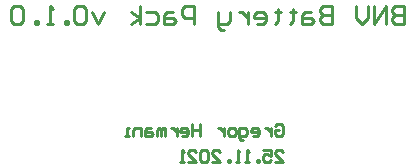
<source format=gbo>
G04*
G04 #@! TF.GenerationSoftware,Altium Limited,Altium Designer,21.9.1 (22)*
G04*
G04 Layer_Color=32896*
%FSLAX44Y44*%
%MOMM*%
G71*
G04*
G04 #@! TF.SameCoordinates,81DEB5EB-2B88-4DC7-9A2F-18DAF3EAFDE3*
G04*
G04*
G04 #@! TF.FilePolarity,Positive*
G04*
G01*
G75*
%ADD13C,0.2540*%
D13*
X987746Y552995D02*
X989412Y554661D01*
X992744D01*
X994410Y552995D01*
Y546330D01*
X992744Y544664D01*
X989412D01*
X987746Y546330D01*
Y549663D01*
X991078D01*
X984413Y551329D02*
Y544664D01*
Y547997D01*
X982747Y549663D01*
X981081Y551329D01*
X979415D01*
X969418Y544664D02*
X972750D01*
X974416Y546330D01*
Y549663D01*
X972750Y551329D01*
X969418D01*
X967752Y549663D01*
Y547997D01*
X974416D01*
X961087Y541332D02*
X959421D01*
X957755Y542998D01*
Y551329D01*
X962754D01*
X964420Y549663D01*
Y546330D01*
X962754Y544664D01*
X957755D01*
X952757D02*
X949425D01*
X947758Y546330D01*
Y549663D01*
X949425Y551329D01*
X952757D01*
X954423Y549663D01*
Y546330D01*
X952757Y544664D01*
X944426Y551329D02*
Y544664D01*
Y547997D01*
X942760Y549663D01*
X941094Y551329D01*
X939428D01*
X924433Y554661D02*
Y544664D01*
Y549663D01*
X917768D01*
Y554661D01*
Y544664D01*
X909437D02*
X912770D01*
X914436Y546330D01*
Y549663D01*
X912770Y551329D01*
X909437D01*
X907771Y549663D01*
Y547997D01*
X914436D01*
X904439Y551329D02*
Y544664D01*
Y547997D01*
X902773Y549663D01*
X901107Y551329D01*
X899441D01*
X894442Y544664D02*
Y551329D01*
X892776D01*
X891110Y549663D01*
Y544664D01*
Y549663D01*
X889444Y551329D01*
X887778Y549663D01*
Y544664D01*
X882779Y551329D02*
X879447D01*
X877781Y549663D01*
Y544664D01*
X882779D01*
X884445Y546330D01*
X882779Y547997D01*
X877781D01*
X874449Y544664D02*
Y551329D01*
X869450D01*
X867784Y549663D01*
Y544664D01*
X864452D02*
X861120D01*
X862786D01*
Y551329D01*
X864452D01*
X987746Y523240D02*
X994410D01*
X987746Y529905D01*
Y531571D01*
X989412Y533237D01*
X992744D01*
X994410Y531571D01*
X977749Y533237D02*
X984413D01*
Y528238D01*
X981081Y529905D01*
X979415D01*
X977749Y528238D01*
Y524906D01*
X979415Y523240D01*
X982747D01*
X984413Y524906D01*
X974416Y523240D02*
Y524906D01*
X972750D01*
Y523240D01*
X974416D01*
X966086D02*
X962754D01*
X964420D01*
Y533237D01*
X966086Y531571D01*
X957755Y523240D02*
X954423D01*
X956089D01*
Y533237D01*
X957755Y531571D01*
X949425Y523240D02*
Y524906D01*
X947758D01*
Y523240D01*
X949425D01*
X934429D02*
X941094D01*
X934429Y529905D01*
Y531571D01*
X936096Y533237D01*
X939428D01*
X941094Y531571D01*
X931097D02*
X929431Y533237D01*
X926099D01*
X924433Y531571D01*
Y524906D01*
X926099Y523240D01*
X929431D01*
X931097Y524906D01*
Y531571D01*
X914436Y523240D02*
X921100D01*
X914436Y529905D01*
Y531571D01*
X916102Y533237D01*
X919434D01*
X921100Y531571D01*
X911104Y523240D02*
X907771D01*
X909437D01*
Y533237D01*
X911104Y531571D01*
X1097280Y655313D02*
Y640078D01*
X1089662D01*
X1087123Y642617D01*
Y645157D01*
X1089662Y647696D01*
X1097280D01*
X1089662D01*
X1087123Y650235D01*
Y652774D01*
X1089662Y655313D01*
X1097280D01*
X1082045Y640078D02*
Y655313D01*
X1071888Y640078D01*
Y655313D01*
X1066810D02*
Y645157D01*
X1061731Y640078D01*
X1056653Y645157D01*
Y655313D01*
X1036340D02*
Y640078D01*
X1028722D01*
X1026183Y642617D01*
Y645157D01*
X1028722Y647696D01*
X1036340D01*
X1028722D01*
X1026183Y650235D01*
Y652774D01*
X1028722Y655313D01*
X1036340D01*
X1018566Y650235D02*
X1013487D01*
X1010948Y647696D01*
Y640078D01*
X1018566D01*
X1021105Y642617D01*
X1018566Y645157D01*
X1010948D01*
X1003330Y652774D02*
Y650235D01*
X1005870D01*
X1000791D01*
X1003330D01*
Y642617D01*
X1000791Y640078D01*
X990635Y652774D02*
Y650235D01*
X993174D01*
X988095D01*
X990635D01*
Y642617D01*
X988095Y640078D01*
X972860D02*
X977939D01*
X980478Y642617D01*
Y647696D01*
X977939Y650235D01*
X972860D01*
X970321Y647696D01*
Y645157D01*
X980478D01*
X965243Y650235D02*
Y640078D01*
Y645157D01*
X962703Y647696D01*
X960164Y650235D01*
X957625D01*
X950008D02*
Y642617D01*
X947468Y640078D01*
X939851D01*
Y637539D01*
X942390Y635000D01*
X944929D01*
X939851Y640078D02*
Y650235D01*
X919538Y640078D02*
Y655313D01*
X911920D01*
X909381Y652774D01*
Y647696D01*
X911920Y645157D01*
X919538D01*
X901763Y650235D02*
X896685D01*
X894146Y647696D01*
Y640078D01*
X901763D01*
X904302Y642617D01*
X901763Y645157D01*
X894146D01*
X878911Y650235D02*
X886528D01*
X889067Y647696D01*
Y642617D01*
X886528Y640078D01*
X878911D01*
X873832D02*
Y655313D01*
Y645157D02*
X866215Y650235D01*
X873832Y645157D02*
X866215Y640078D01*
X843362Y650235D02*
X838284Y640078D01*
X833205Y650235D01*
X828127Y652774D02*
X825588Y655313D01*
X820509D01*
X817970Y652774D01*
Y642617D01*
X820509Y640078D01*
X825588D01*
X828127Y642617D01*
Y652774D01*
X812892Y640078D02*
Y642617D01*
X810353D01*
Y640078D01*
X812892D01*
X800196D02*
X795118D01*
X797657D01*
Y655313D01*
X800196Y652774D01*
X787500Y640078D02*
Y642617D01*
X784961D01*
Y640078D01*
X787500D01*
X774804Y652774D02*
X772265Y655313D01*
X767187D01*
X764648Y652774D01*
Y642617D01*
X767187Y640078D01*
X772265D01*
X774804Y642617D01*
Y652774D01*
M02*

</source>
